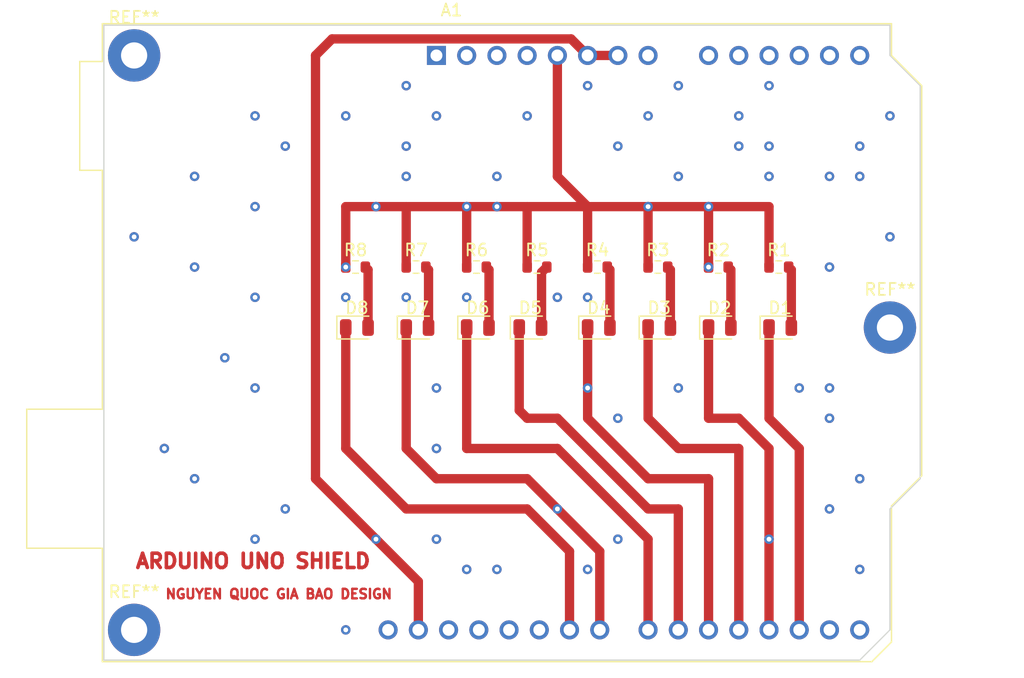
<source format=kicad_pcb>
(kicad_pcb (version 20221018) (generator pcbnew)
  (layers (0 "F.Cu" signal) (31 "B.Cu" signal) (34 "B.Paste" user) (35 "F.Paste" user) (36 "B.SilkS" user "B.Silkscreen") (37 "F.SilkS" user "F.Silkscreen") (38 "B.Mask" user) (39 "F.Mask" user) (44 "Edge.Cuts" user))
  (net 0 "")
  (net 5 "Net-(A1-+5V)")
  (net 6 "GND")
  (net 16 "Net-(A1-D2)")
  (net 17 "Net-(A1-D3)")
  (net 18 "Net-(A1-D4)")
  (net 19 "Net-(A1-D5)")
  (net 20 "Net-(A1-D6)")
  (net 21 "Net-(A1-D7)")
  (net 22 "Net-(A1-D8)")
  (net 23 "Net-(A1-D9)")
  (net 29 "Net-(D1-A)")
  (net 30 "Net-(D2-A)")
  (net 31 "Net-(D3-A)")
  (net 32 "Net-(D4-A)")
  (net 33 "Net-(D5-A)")
  (net 34 "Net-(D6-A)")
  (net 35 "Net-(D7-A)")
  (net 36 "Net-(D8-A)")
  (footprint "Resistor_SMD:R_0603_1608Metric" (layer "F.Cu") (at 168.465 60.96)
    (fp_text reference "R1" (at 0 -1.43) (layer "F.SilkS"))
    (fp_text value "R_Small_US")
    (fp_line (start -0.237258 -0.5225) (end 0.237258 -0.5225) (stroke (width 0.12)) (layer "F.SilkS"))
    (fp_line (start -0.237258 0.5225) (end 0.237258 0.5225) (stroke (width 0.12)) (layer "F.SilkS"))
    (pad "1" smd roundrect (at -0.825 0) (size 0.8 0.95) (layers "F.Cu" "F.Paste" "F.Mask") (net 5 "Net-(A1-+5V)"))
    (pad "2" smd roundrect (at 0.825 0) (size 0.8 0.95) (layers "F.Cu" "F.Paste" "F.Mask") (net 29 "Net-(D1-A)"))
  )
  (footprint "MountingHole:MountingHole_2.2mm_M2_Pad" (layer "F.Cu") (at 177.8 66.04)
    (fp_text reference "REF**" (at 0 -3.2) (layer "F.SilkS"))
    (fp_text value "MountingHole_2.2mm_M2_Pad")
    (pad "1" thru_hole circle (at 0 0) (size 4.4 4.4) (drill 2.2) (layers "*.Cu" "*.Mask"))
  )
  (footprint "MountingHole:MountingHole_2.2mm_M2_Pad" (layer "F.Cu") (at 114.3 43.18)
    (fp_text reference "REF**" (at 0 -3.2) (layer "F.SilkS"))
    (fp_text value "MountingHole_2.2mm_M2_Pad")
    (pad "1" thru_hole circle (at 0 0) (size 4.4 4.4) (drill 2.2) (layers "*.Cu" "*.Mask"))
  )
  (footprint "LED_SMD:LED_0805_2012Metric" (layer "F.Cu") (at 168.5775 66.04)
    (fp_text reference "D1" (at 0 -1.65) (layer "F.SilkS"))
    (fp_text value "LED")
    (fp_line (start -1.685 -0.96) (end -1.685 0.96) (stroke (width 0.12)) (layer "F.SilkS"))
    (fp_line (start -1.685 0.96) (end 1 0.96) (stroke (width 0.12)) (layer "F.SilkS"))
    (fp_line (start 1 -0.96) (end -1.685 -0.96) (stroke (width 0.12)) (layer "F.SilkS"))
    (pad "1" smd roundrect (at -0.9375 0) (size 0.975 1.4) (layers "F.Cu" "F.Paste" "F.Mask") (net 16 "Net-(A1-D2)"))
    (pad "2" smd roundrect (at 0.9375 0) (size 0.975 1.4) (layers "F.Cu" "F.Paste" "F.Mask") (net 29 "Net-(D1-A)"))
  )
  (footprint "LED_SMD:LED_0805_2012Metric" (layer "F.Cu") (at 143.1775 66.04)
    (fp_text reference "D6" (at 0 -1.65) (layer "F.SilkS"))
    (fp_text value "LED")
    (fp_line (start -1.685 -0.96) (end -1.685 0.96) (stroke (width 0.12)) (layer "F.SilkS"))
    (fp_line (start -1.685 0.96) (end 1 0.96) (stroke (width 0.12)) (layer "F.SilkS"))
    (fp_line (start 1 -0.96) (end -1.685 -0.96) (stroke (width 0.12)) (layer "F.SilkS"))
    (pad "1" smd roundrect (at -0.9375 0) (size 0.975 1.4) (layers "F.Cu" "F.Paste" "F.Mask") (net 21 "Net-(A1-D7)"))
    (pad "2" smd roundrect (at 0.9375 0) (size 0.975 1.4) (layers "F.Cu" "F.Paste" "F.Mask") (net 34 "Net-(D6-A)"))
  )
  (footprint "Resistor_SMD:R_0603_1608Metric" (layer "F.Cu") (at 132.905 60.96)
    (fp_text reference "R8" (at 0 -1.43) (layer "F.SilkS"))
    (fp_text value "R_Small_US")
    (fp_line (start -0.237258 -0.5225) (end 0.237258 -0.5225) (stroke (width 0.12)) (layer "F.SilkS"))
    (fp_line (start -0.237258 0.5225) (end 0.237258 0.5225) (stroke (width 0.12)) (layer "F.SilkS"))
    (pad "1" smd roundrect (at -0.825 0) (size 0.8 0.95) (layers "F.Cu" "F.Paste" "F.Mask") (net 5 "Net-(A1-+5V)"))
    (pad "2" smd roundrect (at 0.825 0) (size 0.8 0.95) (layers "F.Cu" "F.Paste" "F.Mask") (net 36 "Net-(D8-A)"))
  )
  (footprint "Module:Arduino_UNO_R2" (layer "F.Cu") (at 139.7 43.18)
    (fp_text reference "A1" (at 1.27 -3.81 180) (layer "F.SilkS"))
    (fp_text value "Arduino_UNO_R2")
    (fp_line (start -34.42 29.72) (end -34.42 41.4) (stroke (width 0.12)) (layer "F.SilkS"))
    (fp_line (start -34.42 41.4) (end -28.07 41.4) (stroke (width 0.12)) (layer "F.SilkS"))
    (fp_line (start -29.97 0.51) (end -29.97 9.65) (stroke (width 0.12)) (layer "F.SilkS"))
    (fp_line (start -29.97 9.65) (end -28.07 9.65) (stroke (width 0.12)) (layer "F.SilkS"))
    (fp_line (start -28.07 -2.67) (end -28.07 0.51) (stroke (width 0.12)) (layer "F.SilkS"))
    (fp_line (start -28.07 0.51) (end -29.97 0.51) (stroke (width 0.12)) (layer "F.SilkS"))
    (fp_line (start -28.07 9.65) (end -28.07 29.72) (stroke (width 0.12)) (layer "F.SilkS"))
    (fp_line (start -28.07 29.72) (end -34.42 29.72) (stroke (width 0.12)) (layer "F.SilkS"))
    (fp_line (start -28.07 41.4) (end -28.07 50.93) (stroke (width 0.12)) (layer "F.SilkS"))
    (fp_line (start -28.07 50.93) (end 36.58 50.93) (stroke (width 0.12)) (layer "F.SilkS"))
    (fp_line (start 36.58 50.93) (end 38.23 49.28) (stroke (width 0.12)) (layer "F.SilkS"))
    (fp_line (start 38.23 -2.67) (end -28.07 -2.67) (stroke (width 0.12)) (layer "F.SilkS"))
    (fp_line (start 38.23 0) (end 38.23 -2.67) (stroke (width 0.12)) (layer "F.SilkS"))
    (fp_line (start 38.23 37.85) (end 40.77 35.31) (stroke (width 0.12)) (layer "F.SilkS"))
    (fp_line (start 38.23 49.28) (end 38.23 37.85) (stroke (width 0.12)) (layer "F.SilkS"))
    (fp_line (start 40.77 2.54) (end 38.23 0) (stroke (width 0.12)) (layer "F.SilkS"))
    (fp_line (start 40.77 35.31) (end 40.77 2.54) (stroke (width 0.12)) (layer "F.SilkS"))
    (pad "1" thru_hole rect (at 0 0 90) (size 1.6 1.6) (drill 1) (layers "*.Cu" "*.Mask"))
    (pad "2" thru_hole oval (at 2.54 0 90) (size 1.6 1.6) (drill 1) (layers "*.Cu" "*.Mask"))
    (pad "3" thru_hole oval (at 5.08 0 90) (size 1.6 1.6) (drill 1) (layers "*.Cu" "*.Mask"))
    (pad "4" thru_hole oval (at 7.62 0 90) (size 1.6 1.6) (drill 1) (layers "*.Cu" "*.Mask"))
    (pad "5" thru_hole oval (at 10.16 0 90) (size 1.6 1.6) (drill 1) (layers "*.Cu" "*.Mask") (net 5 "Net-(A1-+5V)"))
    (pad "6" thru_hole oval (at 12.7 0 90) (size 1.6 1.6) (drill 1) (layers "*.Cu" "*.Mask") (net 6 "GND"))
    (pad "7" thru_hole oval (at 15.24 0 90) (size 1.6 1.6) (drill 1) (layers "*.Cu" "*.Mask") (net 6 "GND"))
    (pad "8" thru_hole oval (at 17.78 0 90) (size 1.6 1.6) (drill 1) (layers "*.Cu" "*.Mask"))
    (pad "9" thru_hole oval (at 22.86 0 90) (size 1.6 1.6) (drill 1) (layers "*.Cu" "*.Mask"))
    (pad "10" thru_hole oval (at 25.4 0 90) (size 1.6 1.6) (drill 1) (layers "*.Cu" "*.Mask"))
    (pad "11" thru_hole oval (at 27.94 0 90) (size 1.6 1.6) (drill 1) (layers "*.Cu" "*.Mask"))
    (pad "12" thru_hole oval (at 30.48 0 90) (size 1.6 1.6) (drill 1) (layers "*.Cu" "*.Mask"))
    (pad "13" thru_hole oval (at 33.02 0 90) (size 1.6 1.6) (drill 1) (layers "*.Cu" "*.Mask"))
    (pad "14" thru_hole oval (at 35.56 0 90) (size 1.6 1.6) (drill 1) (layers "*.Cu" "*.Mask"))
    (pad "15" thru_hole oval (at 35.56 48.26 90) (size 1.6 1.6) (drill 1) (layers "*.Cu" "*.Mask"))
    (pad "16" thru_hole oval (at 33.02 48.26 90) (size 1.6 1.6) (drill 1) (layers "*.Cu" "*.Mask"))
    (pad "17" thru_hole oval (at 30.48 48.26 90) (size 1.6 1.6) (drill 1) (layers "*.Cu" "*.Mask") (net 16 "Net-(A1-D2)"))
    (pad "18" thru_hole oval (at 27.94 48.26 90) (size 1.6 1.6) (drill 1) (layers "*.Cu" "*.Mask") (net 17 "Net-(A1-D3)"))
    (pad "19" thru_hole oval (at 25.4 48.26 90) (size 1.6 1.6) (drill 1) (layers "*.Cu" "*.Mask") (net 18 "Net-(A1-D4)"))
    (pad "20" thru_hole oval (at 22.86 48.26 90) (size 1.6 1.6) (drill 1) (layers "*.Cu" "*.Mask") (net 19 "Net-(A1-D5)"))
    (pad "21" thru_hole oval (at 20.32 48.26 90) (size 1.6 1.6) (drill 1) (layers "*.Cu" "*.Mask") (net 20 "Net-(A1-D6)"))
    (pad "22" thru_hole oval (at 17.78 48.26 90) (size 1.6 1.6) (drill 1) (layers "*.Cu" "*.Mask") (net 21 "Net-(A1-D7)"))
    (pad "23" thru_hole oval (at 13.72 48.26 90) (size 1.6 1.6) (drill 1) (layers "*.Cu" "*.Mask") (net 22 "Net-(A1-D8)"))
    (pad "24" thru_hole oval (at 11.18 48.26 90) (size 1.6 1.6) (drill 1) (layers "*.Cu" "*.Mask") (net 23 "Net-(A1-D9)"))
    (pad "25" thru_hole oval (at 8.64 48.26 90) (size 1.6 1.6) (drill 1) (layers "*.Cu" "*.Mask"))
    (pad "26" thru_hole oval (at 6.1 48.26 90) (size 1.6 1.6) (drill 1) (layers "*.Cu" "*.Mask"))
    (pad "27" thru_hole oval (at 3.56 48.26 90) (size 1.6 1.6) (drill 1) (layers "*.Cu" "*.Mask"))
    (pad "28" thru_hole oval (at 1.02 48.26 90) (size 1.6 1.6) (drill 1) (layers "*.Cu" "*.Mask"))
    (pad "29" thru_hole oval (at -1.52 48.26 90) (size 1.6 1.6) (drill 1) (layers "*.Cu" "*.Mask") (net 6 "GND"))
    (pad "30" thru_hole oval (at -4.06 48.26 90) (size 1.6 1.6) (drill 1) (layers "*.Cu" "*.Mask"))
  )
  (footprint "LED_SMD:LED_0805_2012Metric" (layer "F.Cu") (at 138.0975 66.04)
    (fp_text reference "D7" (at 0 -1.65) (layer "F.SilkS"))
    (fp_text value "LED")
    (fp_line (start -1.685 -0.96) (end -1.685 0.96) (stroke (width 0.12)) (layer "F.SilkS"))
    (fp_line (start -1.685 0.96) (end 1 0.96) (stroke (width 0.12)) (layer "F.SilkS"))
    (fp_line (start 1 -0.96) (end -1.685 -0.96) (stroke (width 0.12)) (layer "F.SilkS"))
    (pad "1" smd roundrect (at -0.9375 0) (size 0.975 1.4) (layers "F.Cu" "F.Paste" "F.Mask") (net 22 "Net-(A1-D8)"))
    (pad "2" smd roundrect (at 0.9375 0) (size 0.975 1.4) (layers "F.Cu" "F.Paste" "F.Mask") (net 35 "Net-(D7-A)"))
  )
  (footprint "MountingHole:MountingHole_2.2mm_M2_Pad" (layer "F.Cu") (at 114.3 91.44)
    (fp_text reference "REF**" (at 0 -3.2) (layer "F.SilkS"))
    (fp_text value "MountingHole_2.2mm_M2_Pad")
    (pad "1" thru_hole circle (at 0 0) (size 4.4 4.4) (drill 2.2) (layers "*.Cu" "*.Mask"))
  )
  (footprint "LED_SMD:LED_0805_2012Metric" (layer "F.Cu") (at 153.3375 66.04)
    (fp_text reference "D4" (at 0 -1.65) (layer "F.SilkS"))
    (fp_text value "LED")
    (fp_line (start -1.685 -0.96) (end -1.685 0.96) (stroke (width 0.12)) (layer "F.SilkS"))
    (fp_line (start -1.685 0.96) (end 1 0.96) (stroke (width 0.12)) (layer "F.SilkS"))
    (fp_line (start 1 -0.96) (end -1.685 -0.96) (stroke (width 0.12)) (layer "F.SilkS"))
    (pad "1" smd roundrect (at -0.9375 0) (size 0.975 1.4) (layers "F.Cu" "F.Paste" "F.Mask") (net 19 "Net-(A1-D5)"))
    (pad "2" smd roundrect (at 0.9375 0) (size 0.975 1.4) (layers "F.Cu" "F.Paste" "F.Mask") (net 32 "Net-(D4-A)"))
  )
  (footprint "LED_SMD:LED_0805_2012Metric" (layer "F.Cu") (at 147.5925 66.04)
    (fp_text reference "D5" (at 0 -1.65) (layer "F.SilkS"))
    (fp_text value "LED")
    (fp_line (start -1.685 -0.96) (end -1.685 0.96) (stroke (width 0.12)) (layer "F.SilkS"))
    (fp_line (start -1.685 0.96) (end 1 0.96) (stroke (width 0.12)) (layer "F.SilkS"))
    (fp_line (start 1 -0.96) (end -1.685 -0.96) (stroke (width 0.12)) (layer "F.SilkS"))
    (pad "1" smd roundrect (at -0.9375 0) (size 0.975 1.4) (layers "F.Cu" "F.Paste" "F.Mask") (net 20 "Net-(A1-D6)"))
    (pad "2" smd roundrect (at 0.9375 0) (size 0.975 1.4) (layers "F.Cu" "F.Paste" "F.Mask") (net 33 "Net-(D5-A)"))
  )
  (footprint "Resistor_SMD:R_0603_1608Metric" (layer "F.Cu") (at 163.385 60.96)
    (fp_text reference "R2" (at 0 -1.43) (layer "F.SilkS"))
    (fp_text value "R_Small_US")
    (fp_line (start -0.237258 -0.5225) (end 0.237258 -0.5225) (stroke (width 0.12)) (layer "F.SilkS"))
    (fp_line (start -0.237258 0.5225) (end 0.237258 0.5225) (stroke (width 0.12)) (layer "F.SilkS"))
    (pad "1" smd roundrect (at -0.825 0) (size 0.8 0.95) (layers "F.Cu" "F.Paste" "F.Mask") (net 5 "Net-(A1-+5V)"))
    (pad "2" smd roundrect (at 0.825 0) (size 0.8 0.95) (layers "F.Cu" "F.Paste" "F.Mask") (net 30 "Net-(D2-A)"))
  )
  (footprint "Resistor_SMD:R_0603_1608Metric" (layer "F.Cu") (at 143.065 60.96)
    (fp_text reference "R6" (at 0 -1.43) (layer "F.SilkS"))
    (fp_text value "R_Small_US")
    (fp_line (start -0.237258 -0.5225) (end 0.237258 -0.5225) (stroke (width 0.12)) (layer "F.SilkS"))
    (fp_line (start -0.237258 0.5225) (end 0.237258 0.5225) (stroke (width 0.12)) (layer "F.SilkS"))
    (pad "1" smd roundrect (at -0.825 0) (size 0.8 0.95) (layers "F.Cu" "F.Paste" "F.Mask") (net 5 "Net-(A1-+5V)"))
    (pad "2" smd roundrect (at 0.825 0) (size 0.8 0.95) (layers "F.Cu" "F.Paste" "F.Mask") (net 34 "Net-(D6-A)"))
  )
  (footprint "Resistor_SMD:R_0603_1608Metric" (layer "F.Cu") (at 158.305 60.96)
    (fp_text reference "R3" (at 0 -1.43) (layer "F.SilkS"))
    (fp_text value "R_Small_US")
    (fp_line (start -0.237258 -0.5225) (end 0.237258 -0.5225) (stroke (width 0.12)) (layer "F.SilkS"))
    (fp_line (start -0.237258 0.5225) (end 0.237258 0.5225) (stroke (width 0.12)) (layer "F.SilkS"))
    (pad "1" smd roundrect (at -0.825 0) (size 0.8 0.95) (layers "F.Cu" "F.Paste" "F.Mask") (net 5 "Net-(A1-+5V)"))
    (pad "2" smd roundrect (at 0.825 0) (size 0.8 0.95) (layers "F.Cu" "F.Paste" "F.Mask") (net 31 "Net-(D3-A)"))
  )
  (footprint "Resistor_SMD:R_0603_1608Metric" (layer "F.Cu") (at 148.145 60.96)
    (fp_text reference "R5" (at 0 -1.43) (layer "F.SilkS"))
    (fp_text value "R_Small_US")
    (fp_line (start -0.237258 -0.5225) (end 0.237258 -0.5225) (stroke (width 0.12)) (layer "F.SilkS"))
    (fp_line (start -0.237258 0.5225) (end 0.237258 0.5225) (stroke (width 0.12)) (layer "F.SilkS"))
    (pad "1" smd roundrect (at -0.825 0) (size 0.8 0.95) (layers "F.Cu" "F.Paste" "F.Mask") (net 5 "Net-(A1-+5V)"))
    (pad "2" smd roundrect (at 0.825 0) (size 0.8 0.95) (layers "F.Cu" "F.Paste" "F.Mask") (net 33 "Net-(D5-A)"))
  )
  (footprint "Resistor_SMD:R_0603_1608Metric" (layer "F.Cu") (at 137.985 60.96)
    (fp_text reference "R7" (at 0 -1.43) (layer "F.SilkS"))
    (fp_text value "R_Small_US")
    (fp_line (start -0.237258 -0.5225) (end 0.237258 -0.5225) (stroke (width 0.12)) (layer "F.SilkS"))
    (fp_line (start -0.237258 0.5225) (end 0.237258 0.5225) (stroke (width 0.12)) (layer "F.SilkS"))
    (pad "1" smd roundrect (at -0.825 0) (size 0.8 0.95) (layers "F.Cu" "F.Paste" "F.Mask") (net 5 "Net-(A1-+5V)"))
    (pad "2" smd roundrect (at 0.825 0) (size 0.8 0.95) (layers "F.Cu" "F.Paste" "F.Mask") (net 35 "Net-(D7-A)"))
  )
  (footprint "LED_SMD:LED_0805_2012Metric" (layer "F.Cu") (at 133.0175 66.04)
    (fp_text reference "D8" (at 0 -1.65) (layer "F.SilkS"))
    (fp_text value "LED")
    (fp_line (start -1.685 -0.96) (end -1.685 0.96) (stroke (width 0.12)) (layer "F.SilkS"))
    (fp_line (start -1.685 0.96) (end 1 0.96) (stroke (width 0.12)) (layer "F.SilkS"))
    (fp_line (start 1 -0.96) (end -1.685 -0.96) (stroke (width 0.12)) (layer "F.SilkS"))
    (pad "1" smd roundrect (at -0.9375 0) (size 0.975 1.4) (layers "F.Cu" "F.Paste" "F.Mask") (net 23 "Net-(A1-D9)"))
    (pad "2" smd roundrect (at 0.9375 0) (size 0.975 1.4) (layers "F.Cu" "F.Paste" "F.Mask") (net 36 "Net-(D8-A)"))
  )
  (footprint "Resistor_SMD:R_0603_1608Metric" (layer "F.Cu") (at 153.225 60.96)
    (fp_text reference "R4" (at 0 -1.43) (layer "F.SilkS"))
    (fp_text value "R_Small_US")
    (fp_line (start -0.237258 -0.5225) (end 0.237258 -0.5225) (stroke (width 0.12)) (layer "F.SilkS"))
    (fp_line (start -0.237258 0.5225) (end 0.237258 0.5225) (stroke (width 0.12)) (layer "F.SilkS"))
    (pad "1" smd roundrect (at -0.825 0) (size 0.8 0.95) (layers "F.Cu" "F.Paste" "F.Mask") (net 5 "Net-(A1-+5V)"))
    (pad "2" smd roundrect (at 0.825 0) (size 0.8 0.95) (layers "F.Cu" "F.Paste" "F.Mask") (net 32 "Net-(D4-A)"))
  )
  (footprint "LED_SMD:LED_0805_2012Metric" (layer "F.Cu") (at 163.4975 66.04)
    (fp_text reference "D2" (at 0 -1.65) (layer "F.SilkS"))
    (fp_text value "LED")
    (fp_line (start -1.685 -0.96) (end -1.685 0.96) (stroke (width 0.12)) (layer "F.SilkS"))
    (fp_line (start -1.685 0.96) (end 1 0.96) (stroke (width 0.12)) (layer "F.SilkS"))
    (fp_line (start 1 -0.96) (end -1.685 -0.96) (stroke (width 0.12)) (layer "F.SilkS"))
    (pad "1" smd roundrect (at -0.9375 0) (size 0.975 1.4) (layers "F.Cu" "F.Paste" "F.Mask") (net 17 "Net-(A1-D3)"))
    (pad "2" smd roundrect (at 0.9375 0) (size 0.975 1.4) (layers "F.Cu" "F.Paste" "F.Mask") (net 30 "Net-(D2-A)"))
  )
  (footprint "LED_SMD:LED_0805_2012Metric" (layer "F.Cu") (at 158.4175 66.04)
    (fp_text reference "D3" (at 0 -1.65) (layer "F.SilkS"))
    (fp_text value "LED")
    (fp_line (start -1.685 -0.96) (end -1.685 0.96) (stroke (width 0.12)) (layer "F.SilkS"))
    (fp_line (start -1.685 0.96) (end 1 0.96) (stroke (width 0.12)) (layer "F.SilkS"))
    (fp_line (start 1 -0.96) (end -1.685 -0.96) (stroke (width 0.12)) (layer "F.SilkS"))
    (pad "1" smd roundrect (at -0.9375 0) (size 0.975 1.4) (layers "F.Cu" "F.Paste" "F.Mask") (net 18 "Net-(A1-D4)"))
    (pad "2" smd roundrect (at 0.9375 0) (size 0.975 1.4) (layers "F.Cu" "F.Paste" "F.Mask") (net 31 "Net-(D3-A)"))
  )
  (gr_line (start 177.8 91.44) (end 175.26 93.98) (stroke (width 0.1)) (layer "Edge.Cuts"))
  (gr_line (start 177.8 43.18) (end 180.34 45.72) (stroke (width 0.1)) (layer "Edge.Cuts"))
  (gr_line (start 177.8 81.28) (end 177.8 91.44) (stroke (width 0.1)) (layer "Edge.Cuts"))
  (gr_line (start 175.26 93.98) (end 111.76 93.98) (stroke (width 0.1)) (layer "Edge.Cuts"))
  (gr_line (start 111.76 93.98) (end 111.76 40.64) (stroke (width 0.1)) (layer "Edge.Cuts"))
  (gr_line (start 177.8 40.64) (end 177.8 43.18) (stroke (width 0.1)) (layer "Edge.Cuts"))
  (gr_line (start 111.76 40.64) (end 177.8 40.64) (stroke (width 0.1)) (layer "Edge.Cuts"))
  (gr_line (start 180.34 78.74) (end 177.8 81.28) (stroke (width 0.1)) (layer "Edge.Cuts"))
  (gr_line (start 180.34 45.72) (end 180.34 78.74) (stroke (width 0.1)) (layer "Edge.Cuts"))
  (gr_text "ARDUINO UNO SHIELD" (at 114.3 86.36) (layer "F.Cu") (effects (font (size 1.2 1.2) (thickness 0.3) bold) (justify left bottom)))
  (gr_text "NGUYEN QUOC GIA BAO DESIGN" (at 116.84 88.9) (layer "F.Cu") (effects (font (size 0.8 0.8) (thickness 0.2) bold) (justify left bottom)))
  (via (at 154.94 50.8) (size 0.8) (drill 0.4) (layers "F.Cu" "B.Cu") (net 0))
  (via (at 160.02 71.12) (size 0.8) (drill 0.4) (layers "F.Cu" "B.Cu") (net 0))
  (via (at 124.46 48.26) (size 0.8) (drill 0.4) (layers "F.Cu" "B.Cu") (net 0))
  (via (at 172.72 53.34) (size 0.8) (drill 0.4) (layers "F.Cu" "B.Cu") (net 0))
  (via (at 167.64 45.72) (size 0.8) (drill 0.4) (layers "F.Cu" "B.Cu") (net 0))
  (via (at 152.4 63.5) (size 0.8) (drill 0.4) (layers "F.Cu" "B.Cu") (net 0))
  (via (at 152.4 45.72) (size 0.8) (drill 0.4) (layers "F.Cu" "B.Cu") (net 0))
  (via (at 124.46 55.88) (size 0.8) (drill 0.4) (layers "F.Cu" "B.Cu") (net 0))
  (via (at 132.08 91.44) (size 0.8) (drill 0.4) (layers "F.Cu" "B.Cu") (net 0))
  (via (at 116.84 76.2) (size 0.8) (drill 0.4) (layers "F.Cu" "B.Cu") (net 0))
  (via (at 142.24 86.36) (size 0.8) (drill 0.4) (layers "F.Cu" "B.Cu") (net 0))
  (via (at 172.72 81.28) (size 0.8) (drill 0.4) (layers "F.Cu" "B.Cu") (net 0))
  (via (at 147.32 48.26) (size 0.8) (drill 0.4) (layers "F.Cu" "B.Cu") (net 0))
  (via (at 172.72 73.66) (size 0.8) (drill 0.4) (layers "F.Cu" "B.Cu") (net 0))
  (via (at 137.16 50.8) (size 0.8) (drill 0.4) (layers "F.Cu" "B.Cu") (net 0))
  (via (at 177.8 58.42) (size 0.8) (drill 0.4) (layers "F.Cu" "B.Cu") (net 0))
  (via (at 127 50.8) (size 0.8) (drill 0.4) (layers "F.Cu" "B.Cu") (net 0))
  (via (at 119.38 53.34) (size 0.8) (drill 0.4) (layers "F.Cu" "B.Cu") (net 0))
  (via (at 124.46 63.5) (size 0.8) (drill 0.4) (layers "F.Cu" "B.Cu") (net 0))
  (via (at 119.38 78.74) (size 0.8) (drill 0.4) (layers "F.Cu" "B.Cu") (net 0))
  (via (at 127 81.28) (size 0.8) (drill 0.4) (layers "F.Cu" "B.Cu") (net 0))
  (via (at 139.7 48.26) (size 0.8) (drill 0.4) (layers "F.Cu" "B.Cu") (net 0))
  (via (at 121.92 68.58) (size 0.8) (drill 0.4) (layers "F.Cu" "B.Cu") (net 0))
  (via (at 167.64 53.34) (size 0.8) (drill 0.4) (layers "F.Cu" "B.Cu") (net 0))
  (via (at 139.7 76.2) (size 0.8) (drill 0.4) (layers "F.Cu" "B.Cu") (net 0))
  (via (at 124.46 83.82) (size 0.8) (drill 0.4) (layers "F.Cu" "B.Cu") (net 0))
  (via (at 160.02 45.72) (size 0.8) (drill 0.4) (layers "F.Cu" "B.Cu") (net 0))
  (via (at 175.26 86.36) (size 0.8) (drill 0.4) (layers "F.Cu" "B.Cu") (net 0))
  (via (at 137.16 45.72) (size 0.8) (drill 0.4) (layers "F.Cu" "B.Cu") (net 0))
  (via (at 119.38 60.96) (size 0.8) (drill 0.4) (layers "F.Cu" "B.Cu") (net 0))
  (via (at 137.16 53.34) (size 0.8) (drill 0.4) (layers "F.Cu" "B.Cu") (net 0))
  (via (at 165.1 48.26) (size 0.8) (drill 0.4) (layers "F.Cu" "B.Cu") (net 0))
  (via (at 160.02 53.34) (size 0.8) (drill 0.4) (layers "F.Cu" "B.Cu") (net 0))
  (via (at 172.72 71.12) (size 0.8) (drill 0.4) (layers "F.Cu" "B.Cu") (net 0))
  (via (at 132.08 63.5) (size 0.8) (drill 0.4) (layers "F.Cu" "B.Cu") (net 0))
  (via (at 137.16 63.5) (size 0.8) (drill 0.4) (layers "F.Cu" "B.Cu") (net 0))
  (via (at 152.4 86.36) (size 0.8) (drill 0.4) (layers "F.Cu" "B.Cu") (net 0))
  (via (at 175.26 50.8) (size 0.8) (drill 0.4) (layers "F.Cu" "B.Cu") (net 0))
  (via (at 175.26 78.74) (size 0.8) (drill 0.4) (layers "F.Cu" "B.Cu") (net 0))
  (via (at 124.46 71.12) (size 0.8) (drill 0.4) (layers "F.Cu" "B.Cu") (net 0))
  (via (at 144.78 53.34) (size 0.8) (drill 0.4) (layers "F.Cu" "B.Cu") (net 0))
  (via (at 139.7 83.82) (size 0.8) (drill 0.4) (layers "F.Cu" "B.Cu") (net 0))
  (via (at 114.3 58.42) (size 0.8) (drill 0.4) (layers "F.Cu" "B.Cu") (net 0))
  (via (at 142.24 63.5) (size 0.8) (drill 0.4) (layers "F.Cu" "B.Cu") (net 0))
  (via (at 154.94 73.66) (size 0.8) (drill 0.4) (layers "F.Cu" "B.Cu") (net 0))
  (via (at 154.94 83.82) (size 0.8) (drill 0.4) (layers "F.Cu" "B.Cu") (net 0))
  (via (at 175.26 53.34) (size 0.8) (drill 0.4) (layers "F.Cu" "B.Cu") (net 0))
  (via (at 139.7 71.12) (size 0.8) (drill 0.4) (layers "F.Cu" "B.Cu") (net 0))
  (via (at 157.48 48.26) (size 0.8) (drill 0.4) (layers "F.Cu" "B.Cu") (net 0))
  (via (at 149.86 63.5) (size 0.8) (drill 0.4) (layers "F.Cu" "B.Cu") (net 0))
  (via (at 144.78 86.36) (size 0.8) (drill 0.4) (layers "F.Cu" "B.Cu") (net 0))
  (via (at 167.64 50.8) (size 0.8) (drill 0.4) (layers "F.Cu" "B.Cu") (net 0))
  (via (at 165.1 50.8) (size 0.8) (drill 0.4) (layers "F.Cu" "B.Cu") (net 0))
  (via (at 177.8 48.26) (size 0.8) (drill 0.4) (layers "F.Cu" "B.Cu") (net 0))
  (via (at 170.18 71.12) (size 0.8) (drill 0.4) (layers "F.Cu" "B.Cu") (net 0))
  (via (at 172.72 60.96) (size 0.8) (drill 0.4) (layers "F.Cu" "B.Cu") (net 0))
  (via (at 132.08 48.26) (size 0.8) (drill 0.4) (layers "F.Cu" "B.Cu") (net 0))
  (segment (start 152.4 55.88) (end 157.48 55.88) (width 0.78) (layer "F.Cu") (net 5))
  (segment (start 149.86 43.18) (end 149.86 53.34) (width 0.78) (layer "F.Cu") (net 5))
  (segment (start 149.86 53.34) (end 152.4 55.88) (width 0.78) (layer "F.Cu") (net 5))
  (segment (start 137.16 55.88) (end 142.24 55.88) (width 0.78) (layer "F.Cu") (net 5))
  (segment (start 167.64 55.88) (end 167.64 60.96) (width 0.78) (layer "F.Cu") (net 5))
  (segment (start 162.56 55.88) (end 167.64 55.88) (width 0.78) (layer "F.Cu") (net 5))
  (segment (start 152.4 60.96) (end 152.4 55.88) (width 0.78) (layer "F.Cu") (net 5))
  (segment (start 157.48 60.96) (end 157.48 55.88) (width 0.78) (layer "F.Cu") (net 5))
  (segment (start 142.24 60.96) (end 142.24 55.88) (width 0.78) (layer "F.Cu") (net 5))
  (segment (start 157.48 55.88) (end 162.56 55.88) (width 0.78) (layer "F.Cu") (net 5))
  (segment (start 147.32 60.96) (end 147.32 55.88) (width 0.78) (layer "F.Cu") (net 5))
  (segment (start 144.78 55.88) (end 147.32 55.88) (width 0.78) (layer "F.Cu") (net 5))
  (segment (start 132.08 60.96) (end 132.08 55.88) (width 0.78) (layer "F.Cu") (net 5))
  (segment (start 132.08 55.88) (end 134.62 55.88) (width 0.78) (layer "F.Cu") (net 5))
  (segment (start 134.62 55.88) (end 137.16 55.88) (width 0.78) (layer "F.Cu") (net 5))
  (segment (start 142.24 55.88) (end 144.78 55.88) (width 0.78) (layer "F.Cu") (net 5))
  (segment (start 147.32 55.88) (end 152.4 55.88) (width 0.78) (layer "F.Cu") (net 5))
  (segment (start 137.16 60.96) (end 137.16 55.88) (width 0.78) (layer "F.Cu") (net 5))
  (segment (start 162.56 60.96) (end 162.56 55.88) (width 0.78) (layer "F.Cu") (net 5))
  (via (at 132.08 60.96) (size 0.8) (drill 0.4) (layers "F.Cu" "B.Cu") (net 5))
  (via (at 162.56 60.96) (size 0.8) (drill 0.4) (layers "F.Cu" "B.Cu") (net 5))
  (via (at 162.56 55.88) (size 0.8) (drill 0.4) (layers "F.Cu" "B.Cu") (net 5))
  (via (at 144.78 55.88) (size 0.8) (drill 0.4) (layers "F.Cu" "B.Cu") (net 5))
  (via (at 142.24 55.88) (size 0.8) (drill 0.4) (layers "F.Cu" "B.Cu") (net 5))
  (via (at 157.48 55.88) (size 0.8) (drill 0.4) (layers "F.Cu" "B.Cu") (net 5))
  (via (at 134.62 55.88) (size 0.8) (drill 0.4) (layers "F.Cu" "B.Cu") (net 5))
  (segment (start 134.62 83.82) (end 129.54 78.74) (width 0.78) (layer "F.Cu") (net 6))
  (segment (start 138.18 87.38) (end 134.62 83.82) (width 0.78) (layer "F.Cu") (net 6))
  (segment (start 152.4 43.18) (end 154.94 43.18) (width 0.78) (layer "F.Cu") (net 6))
  (segment (start 129.54 43.18) (end 130.93 41.79) (width 0.78) (layer "F.Cu") (net 6))
  (segment (start 129.54 78.74) (end 129.54 43.18) (width 0.78) (layer "F.Cu") (net 6))
  (segment (start 151.01 41.79) (end 152.4 43.18) (width 0.78) (layer "F.Cu") (net 6))
  (segment (start 138.18 91.44) (end 138.18 87.38) (width 0.78) (layer "F.Cu") (net 6))
  (segment (start 130.93 41.79) (end 151.01 41.79) (width 0.78) (layer "F.Cu") (net 6))
  (via (at 134.62 83.82) (size 0.8) (drill 0.4) (layers "F.Cu" "B.Cu") (net 6))
  (segment (start 170.18 91.44) (end 170.18 76.2) (width 0.78) (layer "F.Cu") (net 16))
  (segment (start 167.64 73.66) (end 167.64 66.04) (width 0.78) (layer "F.Cu") (net 16))
  (segment (start 170.18 76.2) (end 167.64 73.66) (width 0.78) (layer "F.Cu") (net 16))
  (segment (start 167.64 83.82) (end 167.64 76.2) (width 0.78) (layer "F.Cu") (net 17))
  (segment (start 162.56 73.66) (end 162.56 66.04) (width 0.78) (layer "F.Cu") (net 17))
  (segment (start 167.64 91.44) (end 167.64 83.82) (width 0.78) (layer "F.Cu") (net 17))
  (segment (start 167.64 76.2) (end 165.1 73.66) (width 0.78) (layer "F.Cu") (net 17))
  (segment (start 165.1 73.66) (end 162.56 73.66) (width 0.78) (layer "F.Cu") (net 17))
  (via (at 167.64 83.82) (size 0.8) (drill 0.4) (layers "F.Cu" "B.Cu") (net 17))
  (segment (start 160.02 76.2) (end 157.48 73.66) (width 0.78) (layer "F.Cu") (net 18))
  (segment (start 157.48 73.66) (end 157.48 66.04) (width 0.78) (layer "F.Cu") (net 18))
  (segment (start 165.1 91.44) (end 165.1 76.2) (width 0.78) (layer "F.Cu") (net 18))
  (segment (start 165.1 76.2) (end 160.02 76.2) (width 0.78) (layer "F.Cu") (net 18))
  (segment (start 162.56 78.74) (end 157.48 78.74) (width 0.78) (layer "F.Cu") (net 19))
  (segment (start 152.4 71.12) (end 152.4 66.04) (width 0.78) (layer "F.Cu") (net 19))
  (segment (start 157.48 78.74) (end 152.4 73.66) (width 0.78) (layer "F.Cu") (net 19))
  (segment (start 152.4 73.66) (end 152.4 71.12) (width 0.78) (layer "F.Cu") (net 19))
  (segment (start 162.56 91.44) (end 162.56 78.74) (width 0.78) (layer "F.Cu") (net 19))
  (via (at 152.4 71.12) (size 0.8) (drill 0.4) (layers "F.Cu" "B.Cu") (net 19))
  (segment (start 160.02 91.44) (end 160.02 81.28) (width 0.78) (layer "F.Cu") (net 20))
  (segment (start 160.02 81.28) (end 157.48 81.28) (width 0.78) (layer "F.Cu") (net 20))
  (segment (start 146.655 72.995) (end 146.655 66.04) (width 0.78) (layer "F.Cu") (net 20))
  (segment (start 157.48 81.28) (end 149.86 73.66) (width 0.78) (layer "F.Cu") (net 20))
  (segment (start 147.32 73.66) (end 146.655 72.995) (width 0.78) (layer "F.Cu") (net 20))
  (segment (start 149.86 73.66) (end 147.32 73.66) (width 0.78) (layer "F.Cu") (net 20))
  (segment (start 149.86 76.2) (end 142.24 76.2) (width 0.78) (layer "F.Cu") (net 21))
  (segment (start 157.48 91.44) (end 157.48 83.82) (width 0.78) (layer "F.Cu") (net 21))
  (segment (start 142.24 76.2) (end 142.24 66.04) (width 0.78) (layer "F.Cu") (net 21))
  (segment (start 157.48 83.82) (end 149.86 76.2) (width 0.78) (layer "F.Cu") (net 21))
  (segment (start 149.86 81.28) (end 147.32 78.74) (width 0.78) (layer "F.Cu") (net 22))
  (segment (start 139.7 78.74) (end 137.16 76.2) (width 0.78) (layer "F.Cu") (net 22))
  (segment (start 137.16 76.2) (end 137.16 66.04) (width 0.78) (layer "F.Cu") (net 22))
  (segment (start 153.42 91.44) (end 153.42 84.84) (width 0.78) (layer "F.Cu") (net 22))
  (segment (start 147.32 78.74) (end 139.7 78.74) (width 0.78) (layer "F.Cu") (net 22))
  (segment (start 153.42 84.84) (end 149.86 81.28) (width 0.78) (layer "F.Cu") (net 22))
  (via (at 149.86 81.28) (size 0.8) (drill 0.4) (layers "F.Cu" "B.Cu") (net 22))
  (segment (start 132.08 76.2) (end 132.08 66.04) (width 0.78) (layer "F.Cu") (net 23))
  (segment (start 150.88 84.84) (end 147.32 81.28) (width 0.78) (layer "F.Cu") (net 23))
  (segment (start 137.16 81.28) (end 132.08 76.2) (width 0.78) (layer "F.Cu") (net 23))
  (segment (start 147.32 81.28) (end 137.16 81.28) (width 0.78) (layer "F.Cu") (net 23))
  (segment (start 150.88 91.44) (end 150.88 84.84) (width 0.78) (layer "F.Cu") (net 23))
  (segment (start 169.515 66.04) (end 169.515 61.185) (width 0.78) (layer "F.Cu") (net 29))
  (segment (start 169.515 61.185) (end 169.29 60.96) (width 0.78) (layer "F.Cu") (net 29))
  (segment (start 164.435 61.185) (end 164.21 60.96) (width 0.78) (layer "F.Cu") (net 30))
  (segment (start 164.435 66.04) (end 164.435 61.185) (width 0.78) (layer "F.Cu") (net 30))
  (segment (start 159.355 61.185) (end 159.13 60.96) (width 0.78) (layer "F.Cu") (net 31))
  (segment (start 159.355 66.04) (end 159.355 61.185) (width 0.78) (layer "F.Cu") (net 31))
  (segment (start 154.275 61.185) (end 154.05 60.96) (width 0.78) (layer "F.Cu") (net 32))
  (segment (start 154.275 66.04) (end 154.275 61.185) (width 0.78) (layer "F.Cu") (net 32))
  (segment (start 148.53 66.04) (end 148.53 61.4) (width 0.78) (layer "F.Cu") (net 33))
  (segment (start 148.53 61.4) (end 148.97 60.96) (width 0.78) (layer "F.Cu") (net 33))
  (segment (start 144.115 66.04) (end 144.115 61.185) (width 0.78) (layer "F.Cu") (net 34))
  (segment (start 144.115 61.185) (end 143.89 60.96) (width 0.78) (layer "F.Cu") (net 34))
  (segment (start 139.035 61.185) (end 138.81 60.96) (width 0.78) (layer "F.Cu") (net 35))
  (segment (start 139.035 66.04) (end 139.035 61.185) (width 0.78) (layer "F.Cu") (net 35))
  (segment (start 133.955 66.04) (end 133.955 61.185) (width 0.78) (layer "F.Cu") (net 36))
  (segment (start 133.955 61.185) (end 133.73 60.96) (width 0.78) (layer "F.Cu") (net 36))
)
</source>
